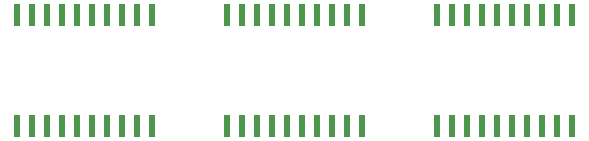
<source format=gbr>
%TF.GenerationSoftware,KiCad,Pcbnew,9.0.6*%
%TF.CreationDate,2026-01-12T10:04:11+09:00*%
%TF.ProjectId,TangNano6100MEM,54616e67-4e61-46e6-9f36-3130304d454d,rev?*%
%TF.SameCoordinates,Original*%
%TF.FileFunction,Paste,Top*%
%TF.FilePolarity,Positive*%
%FSLAX46Y46*%
G04 Gerber Fmt 4.6, Leading zero omitted, Abs format (unit mm)*
G04 Created by KiCad (PCBNEW 9.0.6) date 2026-01-12 10:04:11*
%MOMM*%
%LPD*%
G01*
G04 APERTURE LIST*
%ADD10R,0.558800X1.981200*%
G04 APERTURE END LIST*
D10*
%TO.C,U3*%
X34290000Y-50165000D03*
X35560000Y-50165000D03*
X36830000Y-50165000D03*
X38100000Y-50165000D03*
X39370000Y-50165000D03*
X40640000Y-50165000D03*
X41910000Y-50165000D03*
X43180000Y-50165000D03*
X44450000Y-50165000D03*
X45720000Y-50165000D03*
X45720000Y-40792400D03*
X44450000Y-40792400D03*
X43180000Y-40792400D03*
X41910000Y-40792400D03*
X40640000Y-40792400D03*
X39370000Y-40792400D03*
X38100000Y-40792400D03*
X36830000Y-40792400D03*
X35560000Y-40792400D03*
X34290000Y-40792400D03*
%TD*%
%TO.C,U4*%
X52070000Y-50165000D03*
X53340000Y-50165000D03*
X54610000Y-50165000D03*
X55880000Y-50165000D03*
X57150000Y-50165000D03*
X58420000Y-50165000D03*
X59690000Y-50165000D03*
X60960000Y-50165000D03*
X62230000Y-50165000D03*
X63500000Y-50165000D03*
X63500000Y-40792400D03*
X62230000Y-40792400D03*
X60960000Y-40792400D03*
X59690000Y-40792400D03*
X58420000Y-40792400D03*
X57150000Y-40792400D03*
X55880000Y-40792400D03*
X54610000Y-40792400D03*
X53340000Y-40792400D03*
X52070000Y-40792400D03*
%TD*%
%TO.C,U2*%
X16510000Y-50165000D03*
X17780000Y-50165000D03*
X19050000Y-50165000D03*
X20320000Y-50165000D03*
X21590000Y-50165000D03*
X22860000Y-50165000D03*
X24130000Y-50165000D03*
X25400000Y-50165000D03*
X26670000Y-50165000D03*
X27940000Y-50165000D03*
X27940000Y-40792400D03*
X26670000Y-40792400D03*
X25400000Y-40792400D03*
X24130000Y-40792400D03*
X22860000Y-40792400D03*
X21590000Y-40792400D03*
X20320000Y-40792400D03*
X19050000Y-40792400D03*
X17780000Y-40792400D03*
X16510000Y-40792400D03*
%TD*%
M02*

</source>
